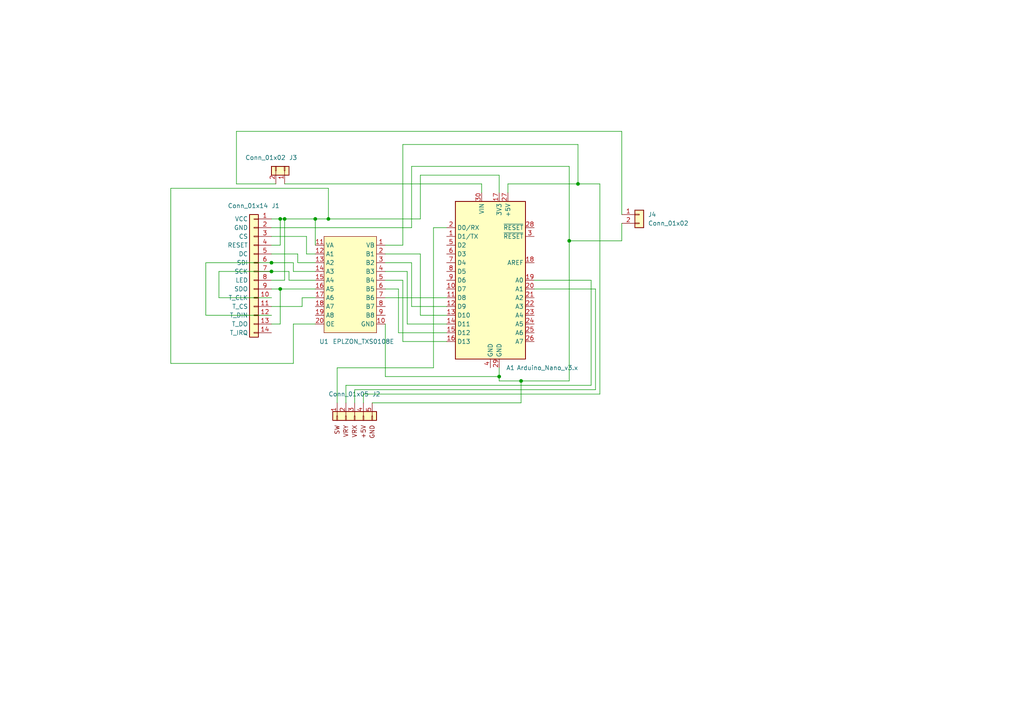
<source format=kicad_sch>
(kicad_sch (version 20211123) (generator eeschema)
  (paper "A4")
  (lib_symbols
    (symbol "Conn_01x02_1" (pin_names (offset 1.016) hide)
      (property "Reference" "J" (at 0 2.54 0))
      (property "Value" "Conn_01x02_1" (at 0 -5.08 0))
      (symbol "Conn_01x02_1_1_1"
        (rectangle (start -1.27 -2.413) (end 0 -2.667) (stroke (width 0.1524)))
        (rectangle (start -1.27 0.127) (end 0 -0.127) (stroke (width 0.1524)))
        (rectangle (start -1.27 1.27) (end 1.27 -3.81) (stroke (width 0.254)) (fill (type background)))
        (pin passive line (at -5.08 0 0) (length 3.81) (name "Pin_1") (number "1"))
        (pin passive line (at -5.08 -2.54 0) (length 3.81) (name "Pin_2") (number "2"))
      )
    )
    (symbol "Connector_Generic:Conn_01x02" (pin_names (offset 1.016) hide)
      (property "Reference" "J?" (at 6.35 5.08 0))
      (property "Value" "Conn_01x02" (at -6.35 5.08 0))
      (symbol "Conn_01x02_1_1"
        (rectangle (start -1.27 -2.413) (end 0 -2.667) (stroke (width 0.1524)))
        (rectangle (start -1.27 0.127) (end 0 -0.127) (stroke (width 0.1524)))
        (rectangle (start -1.27 1.27) (end 1.27 -3.81) (stroke (width 0.254)) (fill (type background)))
        (pin passive line (at 3.81 0 180) (length 3.81) (name "Pin_1") (number "1"))
        (pin passive line (at 3.81 -2.54 180) (length 3.81) (name "Pin_2") (number "2"))
      )
    )
    (symbol "Connector_Generic:Conn_01x05" (pin_names (offset 1.016) hide)
      (property "Reference" "J?" (at -1.27 8.89 0))
      (property "Value" "Conn_01x05" (at -5.08 11.43 0))
      (symbol "Conn_01x05_0_0"
        (text "+5V" (at -2.54 -2.54 0) (effects (font (size 1.27 1.27)) (justify right)))
        (text "GND" (at -2.54 -5.08 0) (effects (font (size 1.27 1.27)) (justify right)))
        (text "SW" (at -2.54 5.08 0) (effects (font (size 1.27 1.27)) (justify right)))
        (text "VRX" (at -2.54 0 0) (effects (font (size 1.27 1.27)) (justify right)))
        (text "VRY" (at -2.54 2.54 0) (effects (font (size 1.27 1.27)) (justify right)))
      )
      (symbol "Conn_01x05_1_1"
        (rectangle (start -1.27 -4.953) (end 0 -5.207) (stroke (width 0.1524)))
        (rectangle (start -1.27 -2.413) (end 0 -2.667) (stroke (width 0.1524)))
        (rectangle (start -1.27 0.127) (end 0 -0.127) (stroke (width 0.1524)))
        (rectangle (start -1.27 2.667) (end 0 2.413) (stroke (width 0.1524)))
        (rectangle (start -1.27 5.207) (end 0 4.953) (stroke (width 0.1524)))
        (rectangle (start -1.27 6.35) (end 1.27 -6.35) (stroke (width 0.254)) (fill (type background)))
        (pin passive line (at 3.81 5.08 180) (length 3.81) (name "Pin_1") (number "1"))
        (pin passive line (at 3.81 2.54 180) (length 3.81) (name "Pin_2") (number "2"))
        (pin passive line (at 3.81 0 180) (length 3.81) (name "Pin_3") (number "3"))
        (pin passive line (at 3.81 -2.54 180) (length 3.81) (name "Pin_4") (number "4"))
        (pin passive line (at 3.81 -5.08 180) (length 3.81) (name "Pin_5") (number "5"))
      )
    )
    (symbol "Connector_Generic:Conn_01x14" (pin_names (offset 3))
      (property "Reference" "J1" (at 5.08 19.05 0))
      (property "Value" "Conn_01x14" (at -7.62 19.05 0))
      (symbol "Conn_01x14_1_1"
        (rectangle (start -1.27 16.51) (end 1.27 -19.05) (stroke (width 0.254)) (fill (type background)))
        (rectangle (start 0 -17.653) (end 1.27 -17.907) (stroke (width 0.1524)))
        (rectangle (start 0 -15.113) (end 1.27 -15.367) (stroke (width 0.1524)))
        (rectangle (start 0 -12.573) (end 1.27 -12.827) (stroke (width 0.1524)))
        (rectangle (start 0 -10.033) (end 1.27 -10.287) (stroke (width 0.1524)))
        (rectangle (start 0 -7.493) (end 1.27 -7.747) (stroke (width 0.1524)))
        (rectangle (start 0 -4.953) (end 1.27 -5.207) (stroke (width 0.1524)))
        (rectangle (start 0 -2.413) (end 1.27 -2.667) (stroke (width 0.1524)))
        (rectangle (start 0 0.127) (end 1.27 -0.127) (stroke (width 0.1524)))
        (rectangle (start 0 2.667) (end 1.27 2.413) (stroke (width 0.1524)))
        (rectangle (start 0 5.207) (end 1.27 4.953) (stroke (width 0.1524)))
        (rectangle (start 0 7.747) (end 1.27 7.493) (stroke (width 0.1524)))
        (rectangle (start 0 10.287) (end 1.27 10.033) (stroke (width 0.1524)))
        (rectangle (start 0 12.827) (end 1.27 12.573) (stroke (width 0.1524)))
        (rectangle (start 0 15.24) (end 1.27 15.113) (stroke (width 0.1524)))
        (pin passive line (at 5.08 15.24 180) (length 3.81) (name "VCC") (number "1"))
        (pin passive line (at 5.08 -7.62 180) (length 3.81) (name "T_CLK") (number "10"))
        (pin passive line (at 5.08 -10.16 180) (length 3.81) (name "T_CS") (number "11"))
        (pin passive line (at 5.08 -12.7 180) (length 3.81) (name "T_DIN") (number "12"))
        (pin passive line (at 5.08 -15.24 180) (length 3.81) (name "T_DO") (number "13"))
        (pin passive line (at 5.08 -17.78 180) (length 3.81) (name "T_IRQ") (number "14"))
        (pin passive line (at 5.08 12.7 180) (length 3.81) (name "GND") (number "2"))
        (pin passive line (at 5.08 10.16 180) (length 3.81) (name "CS") (number "3"))
        (pin passive line (at 5.08 7.62 180) (length 3.81) (name "RESET") (number "4"))
        (pin passive line (at 5.08 5.08 180) (length 3.81) (name "DC") (number "5"))
        (pin passive line (at 5.08 2.54 180) (length 3.81) (name "SDI") (number "6"))
        (pin passive line (at 5.08 0 180) (length 3.81) (name "SCK") (number "7"))
        (pin passive line (at 5.08 -2.54 180) (length 3.81) (name "LED") (number "8"))
        (pin passive line (at 5.08 -5.08 180) (length 3.81) (name "SDO") (number "9"))
      )
    )
    (symbol "Custom_Symbols:EPLZON_TXS0108E"
      (property "Reference" "U1" (at 7.62 1.27 0))
      (property "Value" "EPLZON_TXS0108E" (at -3.81 1.27 0))
      (symbol "EPLZON_TXS0108E_0_1"
        (rectangle (start -7.62 -1.27) (end 7.62 -29.21) (fill (type background)))
      )
      (symbol "EPLZON_TXS0108E_1_1"
        (pin power_in line (at -10.16 -26.67 0) (length 2.54) (name "VB") (number "1"))
        (pin power_out line (at -10.16 -3.81 0) (length 2.54) (name "GND") (number "10"))
        (pin power_in line (at 10.16 -26.67 180) (length 2.54) (name "VA") (number "11"))
        (pin bidirectional line (at 10.16 -24.13 180) (length 2.54) (name "A1") (number "12"))
        (pin bidirectional line (at 10.16 -21.59 180) (length 2.54) (name "A2") (number "13"))
        (pin bidirectional line (at 10.16 -19.05 180) (length 2.54) (name "A3") (number "14"))
        (pin bidirectional line (at 10.16 -16.51 180) (length 2.54) (name "A4") (number "15"))
        (pin bidirectional line (at 10.16 -13.97 180) (length 2.54) (name "A5") (number "16"))
        (pin bidirectional line (at 10.16 -11.43 180) (length 2.54) (name "A6") (number "17"))
        (pin bidirectional line (at 10.16 -8.89 180) (length 2.54) (name "A7") (number "18"))
        (pin bidirectional line (at 10.16 -6.35 180) (length 2.54) (name "A8") (number "19"))
        (pin bidirectional line (at -10.16 -24.13 0) (length 2.54) (name "B1") (number "2"))
        (pin power_out line (at 10.16 -3.81 180) (length 2.54) (name "OE") (number "20"))
        (pin bidirectional line (at -10.16 -21.59 0) (length 2.54) (name "B2") (number "3"))
        (pin bidirectional line (at -10.16 -19.05 0) (length 2.54) (name "B3") (number "4"))
        (pin bidirectional line (at -10.16 -16.51 0) (length 2.54) (name "B4") (number "5"))
        (pin bidirectional line (at -10.16 -13.97 0) (length 2.54) (name "B5") (number "6"))
        (pin bidirectional line (at -10.16 -11.43 0) (length 2.54) (name "B6") (number "7"))
        (pin bidirectional line (at -10.16 -8.89 0) (length 2.54) (name "B7") (number "8"))
        (pin bidirectional line (at -10.16 -6.35 0) (length 2.54) (name "B8") (number "9"))
      )
    )
    (symbol "MCU_Module:Arduino_Nano_v3.x"
      (property "Reference" "A" (at -10.16 23.495 0))
      (property "Value" "Arduino_Nano_v3.x" (at 5.08 -24.13 0))
      (symbol "Arduino_Nano_v3.x_0_1"
        (rectangle (start -10.16 22.86) (end 10.16 -22.86) (stroke (width 0.254)) (fill (type background)))
      )
      (symbol "Arduino_Nano_v3.x_1_1"
        (pin bidirectional line (at -12.7 12.7 0) (length 2.54) (name "D1/TX") (number "1"))
        (pin bidirectional line (at -12.7 -2.54 0) (length 2.54) (name "D7") (number "10"))
        (pin bidirectional line (at -12.7 -5.08 0) (length 2.54) (name "D8") (number "11"))
        (pin bidirectional line (at -12.7 -7.62 0) (length 2.54) (name "D9") (number "12"))
        (pin bidirectional line (at -12.7 -10.16 0) (length 2.54) (name "D10") (number "13"))
        (pin bidirectional line (at -12.7 -12.7 0) (length 2.54) (name "D11") (number "14"))
        (pin bidirectional line (at -12.7 -15.24 0) (length 2.54) (name "D12") (number "15"))
        (pin bidirectional line (at -12.7 -17.78 0) (length 2.54) (name "D13") (number "16"))
        (pin power_out line (at 2.54 25.4 270) (length 2.54) (name "3V3") (number "17"))
        (pin input line (at 12.7 5.08 180) (length 2.54) (name "AREF") (number "18"))
        (pin bidirectional line (at 12.7 0 180) (length 2.54) (name "A0") (number "19"))
        (pin bidirectional line (at -12.7 15.24 0) (length 2.54) (name "D0/RX") (number "2"))
        (pin bidirectional line (at 12.7 -2.54 180) (length 2.54) (name "A1") (number "20"))
        (pin bidirectional line (at 12.7 -5.08 180) (length 2.54) (name "A2") (number "21"))
        (pin bidirectional line (at 12.7 -7.62 180) (length 2.54) (name "A3") (number "22"))
        (pin bidirectional line (at 12.7 -10.16 180) (length 2.54) (name "A4") (number "23"))
        (pin bidirectional line (at 12.7 -12.7 180) (length 2.54) (name "A5") (number "24"))
        (pin bidirectional line (at 12.7 -15.24 180) (length 2.54) (name "A6") (number "25"))
        (pin bidirectional line (at 12.7 -17.78 180) (length 2.54) (name "A7") (number "26"))
        (pin power_out line (at 5.08 25.4 270) (length 2.54) (name "+5V") (number "27"))
        (pin input line (at 12.7 15.24 180) (length 2.54) (name "~{RESET}") (number "28"))
        (pin power_in line (at 2.54 -25.4 90) (length 2.54) (name "GND") (number "29"))
        (pin input line (at 12.7 12.7 180) (length 2.54) (name "~{RESET}") (number "3"))
        (pin power_in line (at -2.54 25.4 270) (length 2.54) (name "VIN") (number "30"))
        (pin power_in line (at 0 -25.4 90) (length 2.54) (name "GND") (number "4"))
        (pin bidirectional line (at -12.7 10.16 0) (length 2.54) (name "D2") (number "5"))
        (pin bidirectional line (at -12.7 7.62 0) (length 2.54) (name "D3") (number "6"))
        (pin bidirectional line (at -12.7 5.08 0) (length 2.54) (name "D4") (number "7"))
        (pin bidirectional line (at -12.7 2.54 0) (length 2.54) (name "D5") (number "8"))
        (pin bidirectional line (at -12.7 0 0) (length 2.54) (name "D6") (number "9"))
      )
    )
  )
  (junction (at 167.64 53.34))
  (junction (at 144.78 109.22))
  (junction (at 78.74 76.2))
  (junction (at 151.13 110.49))
  (junction (at 95.25 63.5))
  (junction (at 81.28 63.5))
  (junction (at 78.74 78.74))
  (junction (at 82.55 63.5))
  (junction (at 91.44 63.5))
  (junction (at 165.1 69.85))
  (junction (at 81.28 83.82))
  (wire (pts (xy 95.25 63.5) (xy 121.92 63.5)))
  (wire (pts (xy 88.9 68.58) (xy 88.9 73.66)))
  (wire (pts (xy 95.25 54.61) (xy 95.25 63.5)))
  (wire (pts (xy 165.1 110.49) (xy 151.13 110.49)))
  (wire (pts (xy 105.41 116.84) (xy 105.41 114.3)))
  (wire (pts (xy 97.79 106.68) (xy 125.73 106.68)))
  (wire (pts (xy 116.84 41.91) (xy 167.64 41.91)))
  (wire (pts (xy 144.78 50.8) (xy 144.78 55.88)))
  (wire (pts (xy 118.11 93.98) (xy 129.54 93.98)))
  (wire (pts (xy 154.94 81.28) (xy 171.45 81.28)))
  (wire (pts (xy 111.76 81.28) (xy 116.84 81.28)))
  (wire (pts (xy 68.58 38.1) (xy 180.34 38.1)))
  (wire (pts (xy 165.1 48.26) (xy 165.1 69.85)))
  (wire (pts (xy 82.55 63.5) (xy 91.44 63.5)))
  (wire (pts (xy 171.45 81.28) (xy 171.45 111.76)))
  (wire (pts (xy 63.5 86.36) (xy 63.5 78.74)))
  (wire (pts (xy 78.74 86.36) (xy 63.5 86.36)))
  (wire (pts (xy 78.74 73.66) (xy 86.36 73.66)))
  (wire (pts (xy 97.79 116.84) (xy 97.79 106.68)))
  (wire (pts (xy 173.99 114.3) (xy 173.99 53.34)))
  (wire (pts (xy 111.76 78.74) (xy 118.11 78.74)))
  (wire (pts (xy 111.76 86.36) (xy 129.54 86.36)))
  (wire (pts (xy 139.7 55.88) (xy 139.7 53.34)))
  (wire (pts (xy 100.33 116.84) (xy 100.33 111.76)))
  (wire (pts (xy 151.13 110.49) (xy 144.78 110.49)))
  (wire (pts (xy 116.84 99.06) (xy 129.54 99.06)))
  (wire (pts (xy 111.76 76.2) (xy 119.38 76.2)))
  (wire (pts (xy 119.38 66.04) (xy 119.38 48.26)))
  (wire (pts (xy 78.74 71.12) (xy 81.28 71.12)))
  (wire (pts (xy 125.73 66.04) (xy 129.54 66.04)))
  (wire (pts (xy 116.84 71.12) (xy 116.84 41.91)))
  (wire (pts (xy 78.74 91.44) (xy 59.69 91.44)))
  (wire (pts (xy 111.76 83.82) (xy 115.57 83.82)))
  (wire (pts (xy 81.28 83.82) (xy 91.44 83.82)))
  (wire (pts (xy 111.76 73.66) (xy 121.92 73.66)))
  (wire (pts (xy 154.94 83.82) (xy 172.72 83.82)))
  (wire (pts (xy 105.41 114.3) (xy 173.99 114.3)))
  (wire (pts (xy 63.5 78.74) (xy 78.74 78.74)))
  (wire (pts (xy 88.9 73.66) (xy 91.44 73.66)))
  (wire (pts (xy 172.72 83.82) (xy 172.72 113.03)))
  (wire (pts (xy 85.09 105.41) (xy 49.53 105.41)))
  (wire (pts (xy 78.74 66.04) (xy 119.38 66.04)))
  (wire (pts (xy 111.76 71.12) (xy 116.84 71.12)))
  (wire (pts (xy 102.87 113.03) (xy 102.87 116.84)))
  (wire (pts (xy 87.63 88.9) (xy 87.63 86.36)))
  (wire (pts (xy 91.44 93.98) (xy 85.09 93.98)))
  (wire (pts (xy 111.76 93.98) (xy 111.76 109.22)))
  (wire (pts (xy 80.01 53.34) (xy 68.58 53.34)))
  (wire (pts (xy 49.53 105.41) (xy 49.53 54.61)))
  (wire (pts (xy 180.34 69.85) (xy 165.1 69.85)))
  (wire (pts (xy 115.57 96.52) (xy 129.54 96.52)))
  (wire (pts (xy 68.58 53.34) (xy 68.58 38.1)))
  (wire (pts (xy 121.92 91.44) (xy 129.54 91.44)))
  (wire (pts (xy 86.36 73.66) (xy 86.36 76.2)))
  (wire (pts (xy 172.72 113.03) (xy 102.87 113.03)))
  (wire (pts (xy 82.55 53.34) (xy 139.7 53.34)))
  (wire (pts (xy 81.28 71.12) (xy 81.28 63.5)))
  (wire (pts (xy 125.73 106.68) (xy 125.73 66.04)))
  (wire (pts (xy 115.57 83.82) (xy 115.57 96.52)))
  (wire (pts (xy 144.78 110.49) (xy 144.78 109.22)))
  (wire (pts (xy 100.33 111.76) (xy 171.45 111.76)))
  (wire (pts (xy 87.63 86.36) (xy 91.44 86.36)))
  (wire (pts (xy 91.44 63.5) (xy 91.44 71.12)))
  (wire (pts (xy 78.74 68.58) (xy 88.9 68.58)))
  (wire (pts (xy 119.38 88.9) (xy 129.54 88.9)))
  (wire (pts (xy 111.76 109.22) (xy 144.78 109.22)))
  (wire (pts (xy 78.74 81.28) (xy 82.55 81.28)))
  (wire (pts (xy 180.34 38.1) (xy 180.34 62.23)))
  (wire (pts (xy 49.53 54.61) (xy 95.25 54.61)))
  (wire (pts (xy 59.69 91.44) (xy 59.69 76.2)))
  (wire (pts (xy 121.92 50.8) (xy 144.78 50.8)))
  (wire (pts (xy 82.55 81.28) (xy 82.55 63.5)))
  (wire (pts (xy 83.82 81.28) (xy 91.44 81.28)))
  (wire (pts (xy 144.78 109.22) (xy 144.78 106.68)))
  (wire (pts (xy 116.84 81.28) (xy 116.84 99.06)))
  (wire (pts (xy 78.74 63.5) (xy 81.28 63.5)))
  (wire (pts (xy 78.74 83.82) (xy 81.28 83.82)))
  (wire (pts (xy 78.74 93.98) (xy 81.28 93.98)))
  (wire (pts (xy 78.74 88.9) (xy 87.63 88.9)))
  (wire (pts (xy 165.1 69.85) (xy 165.1 110.49)))
  (wire (pts (xy 86.36 76.2) (xy 91.44 76.2)))
  (wire (pts (xy 107.95 116.84) (xy 151.13 116.84)))
  (wire (pts (xy 151.13 110.49) (xy 151.13 116.84)))
  (wire (pts (xy 91.44 63.5) (xy 95.25 63.5)))
  (wire (pts (xy 167.64 41.91) (xy 167.64 53.34)))
  (wire (pts (xy 119.38 76.2) (xy 119.38 88.9)))
  (wire (pts (xy 59.69 76.2) (xy 78.74 76.2)))
  (wire (pts (xy 78.74 76.2) (xy 85.09 76.2)))
  (wire (pts (xy 121.92 63.5) (xy 121.92 50.8)))
  (wire (pts (xy 121.92 73.66) (xy 121.92 91.44)))
  (wire (pts (xy 119.38 48.26) (xy 165.1 48.26)))
  (wire (pts (xy 85.09 76.2) (xy 85.09 78.74)))
  (wire (pts (xy 167.64 53.34) (xy 147.32 53.34)))
  (wire (pts (xy 85.09 78.74) (xy 91.44 78.74)))
  (wire (pts (xy 85.09 93.98) (xy 85.09 105.41)))
  (wire (pts (xy 83.82 78.74) (xy 83.82 81.28)))
  (wire (pts (xy 180.34 64.77) (xy 180.34 69.85)))
  (wire (pts (xy 173.99 53.34) (xy 167.64 53.34)))
  (wire (pts (xy 81.28 63.5) (xy 82.55 63.5)))
  (wire (pts (xy 78.74 78.74) (xy 83.82 78.74)))
  (wire (pts (xy 81.28 93.98) (xy 81.28 83.82)))
  (wire (pts (xy 147.32 53.34) (xy 147.32 55.88)))
  (wire (pts (xy 118.11 78.74) (xy 118.11 93.98)))
  (symbol (lib_id "Connector_Generic:Conn_01x14") (at 73.66 78.74 0) (unit 1)
    (property "Reference" "J1" (at 78.74 59.69 0) (effects (justify left)))
    (property "Value" "Conn_01x14" (at 66.04 59.69 0) (effects (justify left)))
    (property "Footprint" "Connector_PinHeader_2.54mm:PinHeader_1x14_P2.54mm_Vertical" (effects hide))
  )
  (symbol (lib_id "Custom_Symbols:EPLZON_TXS0108E") (at 101.6 97.79 180) (unit 1)
    (property "Reference" "U1" (at 93.98 99.06 0))
    (property "Value" "EPLZON_TXS0108E" (at 105.41 99.06 0))
    (property "Footprint" "CustomSymbols:EPLZON TXS0108E Board" (effects hide))
  )
  (symbol (lib_id "Connector_Generic:Conn_01x02") (at 82.55 49.53 270) (unit 1)
    (property "Reference" "J3" (at 83.82 45.72 90) (effects (justify left)))
    (property "Value" "Conn_01x02" (at 71.12 45.72 90) (effects (justify left)))
    (property "Footprint" "Connector_Wire:SolderWire-0.1sqmm_1x02_P3.6mm_D0.4mm_OD1mm" (effects hide))
  )
  (symbol (lib_id "MCU_Module:Arduino_Nano_v3.x") (at 142.24 81.28 0) (unit 1)
    (property "Reference" "A1" (at 146.7994 106.68 0) (effects (justify left)))
    (property "Value" "Arduino_Nano_v3.x" (at 149.86 106.68 0) (effects (justify left)))
    (property "Footprint" "Module:Arduino_Nano" (effects hide))
    (property "Datasheet" "http://www.mouser.com/pdfdocs/Gravitech_Arduino_Nano3_0.pdf" (effects hide))
  )
  (symbol (lib_name "Conn_01x02_1") (lib_id "Connector_Generic:Conn_01x02") (at 185.42 62.23 0) (unit 1)
    (property "Reference" "J4" (at 187.96 62.2299 0) (effects (justify left)))
    (property "Value" "Conn_01x02" (at 187.96 64.7699 0) (effects (justify left)))
    (property "Footprint" "Connector_Wire:SolderWire-0.25sqmm_1x02_P4.5mm_D0.65mm_OD2mm" (effects hide))
  )
  (symbol (lib_id "Connector_Generic:Conn_01x05") (at 102.87 120.65 90) (unit 1)
    (property "Reference" "J2" (at 107.95 114.3 90) (effects (justify right)))
    (property "Value" "Conn_01x05" (at 95.25 114.3 90) (effects (justify right)))
    (property "Footprint" "Connector_Wire:SolderWire-0.1sqmm_1x05_P3.6mm_D0.4mm_OD1mm_Relief" (effects hide))
  )
)
</source>
